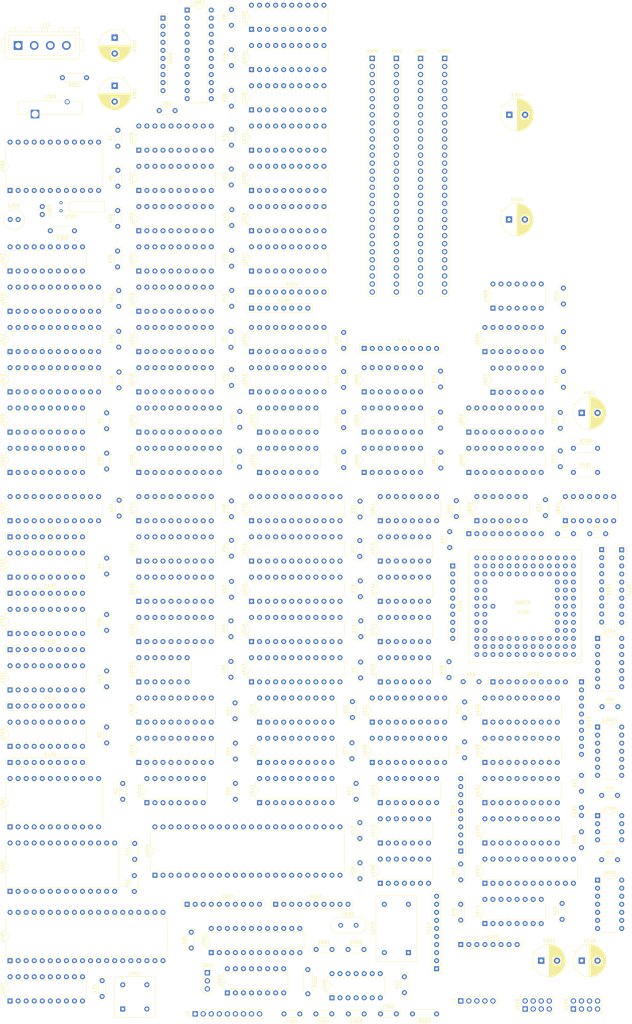
<source format=kicad_pcb>
(kicad_pcb (version 20240108) (generator "pcbnew") (generator_version "8.0")
  (title_block (title "SUN 3/60") (date "2025-03-08") (rev "1"))
  (layers (0 "F.Cu" signal) (1 "In1.Cu" signal) (2 "In2.Cu" signal) (31 "B.Cu" signal) (34 "B.Paste" user) (35 "F.Paste" user) (36 "B.SilkS" user "B.Silkscreen") (37 "F.SilkS" user "F.Silkscreen") (38 "B.Mask" user) (39 "F.Mask" user) (44 "Edge.Cuts" user))
  (net 0 "")
  (net 1 "VCC")
  (net 2 "GND")
  (net 3 "/sun3_60_mmu_diag/MODIFYX")
  (net 4 "/sun3_60_mmu_diag/MODIFY")
  (net 5 "/sun3_60_mmu_diag/ACCESSX")
  (net 6 "/sun3_60_mmu_diag/ACCESS")
  (net 7 "/sun3_60_mmu_diag/TYPE0X")
  (net 8 "Net-(U199-REF)")
  (net 9 "/sun3_60_mmu_diag/TYPE1X")
  (net 10 "Net-(U302-OIN)")
  (net 11 "Net-(J2-Pin_2)")
  (net 12 "Net-(J2-Pin_3)")
  (net 13 "/DIAG-")
  (net 14 "Net-(C300-Pad2)")
  (net 15 "Net-(J2-Pin_5)")
  (net 16 "Net-(J2-Pin_4)")
  (net 17 "+12V")
  (net 19 "/SCSI 2, Parity/IO.D5")
  (net 20 "/SCC.IRQ-")
  (net 21 "/DS-")
  (net 22 "Net-(C301-Pad2)")
  (net 23 "/SCSI 2, Parity/IO.D1")
  (net 24 "/SCSI 2, Parity/IO.D3")
  (net 25 "/SCSI 2, Parity/IO.D2")
  (net 26 "/SCSI 2, Parity/IO.D6")
  (net 27 "Net-(U199-CT)")
  (net 28 "/SCSI 2, Parity/IO.D0")
  (net 29 "/SCSI 2, Parity/IO.D4")
  (net 30 "/SCSI 2, Parity/IO.D7")
  (net 31 "/sun3_60_cpu/CLK1")
  (net 34 "Net-(U302-OOUT)")
  (net 35 "/CDIS-")
  (net 36 "/POR-")
  (net 37 "Net-(U302-VBAK)")
  (net 38 "/RTC-")
  (net 39 "/AS-")
  (net 41 "Net-(U309--)")
  (net 43 "/RERUN-")
  (net 44 "/HALT-")
  (net 45 "/RESET-")
  (net 46 "/DDIS-")
  (net 48 "/DSACK1-")
  (net 49 "/DSACK0-")
  (net 50 "/PD1-")
  (net 51 "/PD0-")
  (net 53 "/sun3_60_eeprom/TYPE1")
  (net 54 "/PU2")
  (net 55 "/PU3")
  (net 61 "/TEST2-")
  (net 63 "/sun3_60_eeprom/TYPE0")
  (net 64 "/TEST3-")
  (net 65 "/PU0")
  (net 66 "/TEST6-")
  (net 69 "/TEST1-")
  (net 70 "/TEST0-")
  (net 71 "/TEST4-")
  (net 74 "/Ethernet/A0")
  (net 76 "/PU1")
  (net 77 "/Ethernet/A1")
  (net 78 "/Ethernet/A4")
  (net 79 "/Ethernet/A6")
  (net 81 "/Ethernet/A7")
  (net 84 "/Ethernet/A5")
  (net 85 "/Ethernet/A2")
  (net 86 "/Ethernet/A3")
  (net 88 "/Ethernet/A10")
  (net 89 "/Ethernet/A15")
  (net 91 "/Ethernet/A12")
  (net 93 "/Ethernet/A13")
  (net 94 "/Ethernet/A11")
  (net 96 "/sun3_60_cpu/FC1")
  (net 97 "/Ethernet/A14")
  (net 98 "/Ethernet/A9")
  (net 101 "/sun3_60_cpu/FC0")
  (net 102 "Net-(U100-RESET-)")
  (net 103 "/sun3_60_cpu/BR-")
  (net 104 "/sun3_60_cpu/BG-")
  (net 105 "/sun3_60_cpu/BACK-")
  (net 106 "/sun3_60_mmu_diag/WE.SMAP-")
  (net 107 "/Ethernet/A8")
  (net 108 "/sun3_60_mmu_diag/SA24")
  (net 109 "/sun3_60_mmu_diag/SA23")
  (net 110 "/sun3_60_mmu_diag/SA22")
  (net 111 "/sun3_60_mmu_diag/SA21")
  (net 113 "/Ethernet/A16")
  (net 114 "/Ethernet/A21")
  (net 115 "/Ethernet/A18")
  (net 116 "/Ethernet/A22")
  (net 117 "/sun3_60_mmu_diag/SA20")
  (net 118 "/sun3_60_mmu_diag/SA19")
  (net 119 "/sun3_60_mmu_diag/SA18")
  (net 120 "/sun3_60_mmu_diag/SA17")
  (net 121 "/Ethernet/A23")
  (net 122 "/Ethernet/A19")
  (net 123 "/sun3_60_mmu_diag/WE.PMAP0-")
  (net 124 "/Ethernet/A20")
  (net 125 "/sun3_60_mmu_diag/MMU.X")
  (net 126 "/sun3_60_mmu_diag/MMU.S")
  (net 127 "/sun3_60_mmu_diag/MMU.W")
  (net 128 "/sun3_60_mmu_diag/MMU.V")
  (net 129 "/Ethernet/A17")
  (net 130 "/sun3_60_cpu/EN.BOOT-")
  (net 131 "/sun3_60_mmu_diag/WE.STAT-")
  (net 134 "/sun3_60_mmu_diag/WE.PMAP2-")
  (net 135 "/Ethernet/A30")
  (net 136 "/Ethernet/A28")
  (net 137 "/Ethernet/A25")
  (net 138 "/Ethernet/A31")
  (net 139 "/sun3_60_cpu/EN.CTL-")
  (net 140 "/Ethernet/A27")
  (net 141 "/sun3_60_cpu/OE.BOOT-")
  (net 142 "/sun3_60_cpu/EN.FPP")
  (net 143 "/sun3_60_cpu/DMA-")
  (net 146 "/sun3_60_cpu/CS.FPP-")
  (net 147 "/sun3_60_mmu_diag/WE.PMAP3-")
  (net 148 "/sun3_60_cpu/EMULATE-")
  (net 150 "/Ethernet/A24")
  (net 151 "/Ethernet/A26")
  (net 152 "/sun3_60_cpu/DS")
  (net 153 "/sun3_60_cpu/BERR.V-")
  (net 154 "/sun3_60_cpu/BERR.P-")
  (net 155 "/sun3_60_cpu/BERR.T-")
  (net 156 "/Ethernet/A29")
  (net 157 "/sun3_60_cpu/C.S5-")
  (net 158 "/sun3_60_cpu/R.CLK-")
  (net 159 "/Ethernet/E.BM0-")
  (net 160 "/sun3_60_mmu_diag/WR.CX-")
  (net 161 "/sun3_60_mmu_diag/RD.CX-")
  (net 162 "/sun3_60_mmu_diag/MMU2")
  (net 163 "/sun3_60_mmu_diag/MMU1")
  (net 164 "/sun3_60_mmu_diag/MMU3")
  (net 165 "/sun3_60_mmu_diag/MMU0")
  (net 167 "/sun3_60_cpu/R.REQ-")
  (net 168 "/sun3_60_cpu/D4")
  (net 169 "/sun3_60_mmu_diag/MMU7")
  (net 170 "/sun3_60_mmu_diag/MMU6")
  (net 171 "/sun3_60_mmu_diag/MMU5")
  (net 172 "/sun3_60_mmu_diag/MMU4")
  (net 174 "/sun3_60_cpu/BERRCLK")
  (net 175 "/sun3_60_cpu/D5")
  (net 176 "/sun3_60_cpu/D7")
  (net 177 "/sun3_60_mmu_diag/EN.SMAP-")
  (net 178 "/sun3_60_cpu/D1")
  (net 179 "/sun3_60_cpu/D3")
  (net 180 "/sun3_60_mmu_diag/EN.PMAP0-")
  (net 183 "/sun3_60_mmu_diag/EN.PMAP2-")
  (net 185 "/sun3_60_cpu/C.S21-")
  (net 186 "/sun3_60_mmu_diag/EN.PMAP3-")
  (net 190 "Net-(U110-OUT)")
  (net 191 "/sun3_60_cpu/D6")
  (net 192 "Net-(U108-Pad3)")
  (net 193 "/sun3_60_cpu/D0")
  (net 194 "/sun3_60_cpu/CLK2X")
  (net 196 "/sun3_60_cpu/D2")
  (net 197 "/sun3_60_cpu/CLKA-")
  (net 198 "/sun3_60_mmu_diag/RD.BERR-")
  (net 199 "/sun3_60_cpu/D9")
  (net 200 "/sun3_60_mmu_diag/RD.ID-")
  (net 201 "/sun3_60_cpu/CLKA")
  (net 203 "/sun3_60_mmu_diag/WR.SYSEN-")
  (net 204 "/sun3_60_mmu_diag/EN.VIDEO")
  (net 205 "/sun3_60_cpu/D10")
  (net 206 "/Ethernet/E.DAS-")
  (net 207 "/sun3_60_cpu/D12")
  (net 208 "/sun3_60_cpu/D15")
  (net 209 "/sun3_60_cpu/D11")
  (net 210 "/sun3_60_cpu/C.S7")
  (net 212 "/sun3_60_cpu/C.S9-")
  (net 215 "/sun3_60_mmu_diag/RD.SYSEN-")
  (net 216 "/S8A Memory/M.S4-")
  (net 219 "/sun3_60_mmu_diag/WR.DIAG-")
  (net 220 "/sun3_60_mmu_diag/LED3")
  (net 221 "/sun3_60_mmu_diag/LED4")
  (net 226 "/sun3_60_mmu_diag/LED2")
  (net 227 "/sun3_60_mmu_diag/LED5")
  (net 228 "/sun3_60_mmu_diag/LED1")
  (net 229 "/sun3_60_mmu_diag/LED6")
  (net 231 "/sun3_60_cpu/D8")
  (net 233 "/sun3_60_cpu/D14")
  (net 234 "/sun3_60_mmu_diag/LED0")
  (net 235 "/sun3_60_mmu_diag/LED7")
  (net 236 "/sun3_60_cpu/D13")
  (net 237 "/sun3_60_cpu/D16")
  (net 238 "/sun3_60_cpu/D21")
  (net 239 "/sun3_60_cpu/D22")
  (net 240 "/sun3_60_cpu/D18")
  (net 241 "/sun3_60_cpu/D20")
  (net 243 "/sun3_60_cpu/R.REX-")
  (net 244 "/Ethernet/E.EXT-")
  (net 245 "/sun3_60_cpu/E.REX-")
  (net 246 "/sun3_60_cpu/S.REX-")
  (net 247 "/sun3_60_cpu/S.REQ-")
  (net 248 "/sun3_60_cpu/DMAX-")
  (net 249 "/sun3_60_cpu/XACK5-")
  (net 250 "/S8A Memory/M.S1-")
  (net 251 "/sun3_60_cpu/D17")
  (net 252 "/sun3_60_cpu/MUX-")
  (net 253 "/sun3_60_cpu/C.S7X-")
  (net 255 "/S8A Memory/M.S2-")
  (net 256 "/sun3_60_cpu/S.ACK-")
  (net 257 "/Ethernet/E.BM1-")
  (net 259 "/sun3_60_cpu/D23")
  (net 260 "/S8A Memory/M.PU")
  (net 261 "/S8A Memory/M.S3-")
  (net 262 "/S8A Memory/M.S5-")
  (net 263 "/sun3_60_cpu/D19")
  (net 264 "/sun3_60_cpu/D30")
  (net 265 "/sun3_60_cpu/D26")
  (net 266 "/sun3_60_cpu/D28")
  (net 267 "/sun3_60_cpu/D29")
  (net 268 "/sun3_60_cpu/D27")
  (net 269 "/FC2")
  (net 270 "/sun3_60_cpu/D31")
  (net 273 "Net-(U225-Q1)")
  (net 274 "Net-(U225-Q5)")
  (net 275 "Net-(U225-Q2)")
  (net 276 "Net-(U225-Q4)")
  (net 277 "/sun3_60_cpu/D25")
  (net 278 "/sun3_60_eeprom/OE.EPROM-")
  (net 279 "/sun3_60_eeprom/RD.EEPROM-")
  (net 280 "/sun3_60_eeprom/WR.EEPROM-")
  (net 281 "/sun3_60_eeprom/WR.RTC-")
  (net 282 "/sun3_60_cpu/D24")
  (net 283 "/S8A Memory/PA28")
  (net 284 "/sun3_60_eeprom/RD.RTC-")
  (net 285 "/sun3_60_eeprom/EN.IRQ7")
  (net 286 "/sun3_60_eeprom/EN.INT")
  (net 287 "/sun3_60_eeprom/EN.IRQ6")
  (net 288 "/sun3_60_eeprom/EN.IRQ1")
  (net 289 "/sun3_60_eeprom/EN.IRQ5")
  (net 290 "/sun3_60_eeprom/EN.IRQ2")
  (net 291 "/sun3_60_eeprom/EN.IRQ4")
  (net 292 "/sun3_60_eeprom/EN.IRQ3")
  (net 293 "/sun3_60_eeprom/WR.INT-")
  (net 294 "/sun3_60_eeprom/RD.INT-")
  (net 295 "Net-(U501-X1)")
  (net 296 "/S8A Memory/PA21")
  (net 297 "Net-(U501-X2)")
  (net 298 "/S8A Memory/PA18")
  (net 304 "/sun3_60_eeprom/S.IRQ-")
  (net 305 "/SIZ1")
  (net 306 "/S8A Memory/PA19")
  (net 307 "/sun3_60_eeprom/EN.S-")
  (net 308 "/E.HOLD-")
  (net 309 "/sun3_60_eeprom/EN.V-")
  (net 310 "/sun3_60_eeprom/EN.IO-")
  (net 311 "/sun3_60_eeprom/EN.IOL-")
  (net 312 "/S8A Memory/PA17")
  (net 313 "/S8A Memory/PA20")
  (net 314 "/sun3_60_eeprom/WR.SCC1-")
  (net 315 "/sun3_60_eeprom/RD.SCC1-")
  (net 316 "/sun3_60_eeprom/WR.SCC0-")
  (net 317 "/sun3_60_eeprom/RD.SCC0-")
  (net 320 "/S8A Memory/PA13")
  (net 321 "/S8A Memory/PA16")
  (net 322 "/S8A Memory/PA14")
  (net 323 "/S8A Memory/PA15")
  (net 329 "/sun3_60_eeprom/DCPCLK")
  (net 332 "/sun3_60_eeprom/DCPMDS-")
  (net 333 "/sun3_60_eeprom/DCPMAS-")
  (net 347 "/SCSI 2, Parity/RD.PAR7-")
  (net 348 "/SCSI 2, Parity/PAR.SAMPLE")
  (net 349 "/SCSI 2, Parity/RD.PAR6-")
  (net 350 "/SCSI 2, Parity/RD.PAR5-")
  (net 351 "/SCSI 2, Parity/RD.PAR4-")
  (net 352 "/DMA")
  (net 353 "/CX0")
  (net 354 "/CX1")
  (net 355 "/CX2")
  (net 356 "/R{slash}W-")
  (net 357 "/IPL1-")
  (net 358 "/IPL0-")
  (net 359 "/IPL2-")
  (net 360 "/WRITE-")
  (net 361 "/READ-")
  (net 362 "/INIT-")
  (net 363 "/IO2CPU-")
  (net 364 "/XACK-")
  (net 365 "/SCSI 2, Parity/PAR.IRQ-")
  (net 366 "/SCSI 2, Parity/RD.PAR0-")
  (net 367 "/SCSI 2, Parity/WR.PAR4-")
  (net 368 "/SCSI 2, Parity/WR.PAR0-")
  (net 374 "Net-(U401-RXDA)")
  (net 377 "Net-(U401-RXDB)")
  (net 379 "Net-(U401-TXDA)")
  (net 382 "Net-(U401-TXDB)")
  (net 389 "/SCSI 2, Parity/PAR3-")
  (net 390 "/SCSI 2, Parity/PAR.TEST-")
  (net 391 "/SCSI 2, Parity/PAR2-")
  (net 392 "/SCSI 2, Parity/PAR1-")
  (net 393 "/SCSI 2, Parity/PAR0-")
  (net 394 "/SCSI 2, Parity/PAR.CHK-")
  (net 395 "/SCSI 2, Parity/PAR.ERR-")
  (net 397 "/CLK")
  (net 400 "/SIZ0")
  (net 401 "/R.ACK-")
  (net 402 "/EN.UART-")
  (net 403 "/AS")
  (net 404 "/DIS.RAS-")
  (net 405 "/EN.DEV-")
  (net 406 "/S8A Memory/CAS")
  (net 407 "/S8A Memory/RAS-")
  (net 408 "/S8A Memory/RAS")
  (net 409 "/CAS-")
  (net 410 "/WDOG-")
  (net 411 "/CLK-")
  (net 412 "Net-(U803-D1)")
  (net 413 "/S8A Memory/R.ACK")
  (net 414 "/C.S5")
  (net 415 "/IOLOCK-")
  (net 416 "/C.S3")
  (net 417 "/C.S3-")
  (net 418 "/DXACK-")
  (net 419 "/S8A Memory/PA27")
  (net 420 "/S8A Memory/PA26")
  (net 421 "/S8A Memory/PA24")
  (net 422 "/S8A Memory/PA22")
  (net 423 "/S8A Memory/PA23")
  (net 424 "/S8A Memory/PA25")
  (net 425 "/DISACC-")
  (net 426 "/EN.CAS")
  (net 434 "/S8A Memory/M.PD-")
  (net 438 "/P3")
  (net 439 "/P2")
  (net 440 "/P1")
  (net 441 "/P0")
  (net 442 "/S8A Memory/RE13-")
  (net 443 "/S8A Memory/RE12-")
  (net 444 "/S8A Memory/SEL1")
  (net 445 "/S8A Memory/RE10-")
  (net 446 "/S8A Memory/RE01-")
  (net 447 "/S8A Memory/RE02-")
  (net 448 "/S8A Memory/RE11-")
  (net 449 "/S8A Memory/RE00-")
  (net 450 "/S8A Memory/SEL0-")
  (net 451 "/S8A Memory/RE03-")
  (net 452 "/S8A Memory/TWOWAY-")
  (net 453 "/S8A Memory/PA22{slash}02")
  (net 454 "/S8A Memory/PA02{slash}22")
  (net 455 "/S8A Memory/CAS3-")
  (net 456 "/S8A Memory/CAS5-")
  (net 457 "/S8A Memory/CE-")
  (net 458 "/S8A Memory/CAS0-")
  (net 459 "/S8A Memory/CAS1-")
  (net 460 "/S8A Memory/CAS2-")
  (net 461 "/S8A Memory/CAS4-")
  (net 463 "/S8A Memory/V.INTX-")
  (net 464 "/S8A Memory/V.INTY-")
  (net 467 "Net-(C502-Pad2)")
  (net 469 "/SIMMs 1/M.A7.0")
  (net 470 "/SIMMs 1/M.CE00-")
  (net 471 "/SIMMs 1/M.A6.0")
  (net 472 "/SIMMs 1/M.A5.0")
  (net 473 "/SIMMs 1/M.A2.0")
  (net 474 "/SIMMs 1/M.A4.0")
  (net 475 "/SIMMs 1/M.A3.0")
  (net 476 "/SIMMs 1/M.A8.0")
  (net 477 "/SIMMs 1/M.A1.0")
  (net 479 "/SIMMs 1/M.A9.0")
  (net 480 "/SIMMs 1/M.WE.0-")
  (net 481 "/SIMMs 1/M.A0.0")
  (net 482 "/SIMMs 1/M.RE00-")
  (net 484 "/SIMMs 1/M.CE01-")
  (net 485 "/SIMMs 1/M.RE01-")
  (net 486 "/SIMMs 1/M.CE02-")
  (net 488 "/SIMMs 1/M.RE02-")
  (net 489 "/SIMMs 1/M.RE03-")
  (net 490 "/SIMMs 1/M.CE03-")
  (net 493 "/SIMMs 1/XE01-")
  (net 494 "/SIMMs 1/XE03-")
  (net 495 "/SIMMs 1/XE02-")
  (net 496 "/SIMMs 1/XE00-")
  (net 497 "/SIMMs 1/CE00-")
  (net 498 "/SIMMs 1/CE03-")
  (net 499 "/SIMMs 1/CE01-")
  (net 500 "/SIMMs 1/CE02-")
  (net 501 "/E.IRQ-")
  (net 502 "/Ethernet/E.RDY-")
  (net 503 "/Ethernet/E.ALE")
  (net 504 "/E.CS-")
  (net 505 "/BERR-")
  (net 506 "/E.REQ-")
  (net 507 "/E.ACK-")
  (net 508 "/EN.E-")
  (net 509 "/Ethernet/E.D11")
  (net 510 "/Ethernet/E.D3")
  (net 511 "/Ethernet/E.A17")
  (net 512 "/Ethernet/E.A18")
  (net 514 "/Ethernet/E.WE-")
  (net 515 "/Ethernet/E.HLDA-")
  (net 516 "/Ethernet/E.A22")
  (net 517 "/Ethernet/E.A23")
  (net 518 "/Ethernet/E.A21")
  (net 519 "/Ethernet/E.D7")
  (net 520 "/Ethernet/E.TCLK")
  (net 521 "/Ethernet/E.TENA")
  (net 522 "/Ethernet/E.A20")
  (net 523 "/Ethernet/E.D13")
  (net 524 "/Ethernet/E.D6")
  (net 525 "/Ethernet/E.D8")
  (net 526 "/Ethernet/E.RENA")
  (net 527 "/Ethernet/E.D0")
  (net 528 "/Ethernet/E.D12")
  (net 530 "/Ethernet/E.D1")
  (net 531 "/Ethernet/E.D4")
  (net 532 "/Ethernet/E.RCLK")
  (net 533 "/Ethernet/E.D15")
  (net 534 "/Ethernet/E.D5")
  (net 535 "/Ethernet/E.D14")
  (net 536 "/Ethernet/E.A16")
  (net 537 "/Ethernet/E.RX")
  (net 538 "/Ethernet/E.A19")
  (net 539 "/Ethernet/E.D9")
  (net 540 "/Ethernet/E.TX")
  (net 541 "/Ethernet/E.D10")
  (net 542 "/Ethernet/E.D2")
  (net 543 "/Ethernet/E.CLSW")
  (net 544 "/Ethernet/E.CO+")
  (net 545 "/Ethernet/E.RX-")
  (net 546 "Net-(U501-RF)")
  (net 547 "Net-(U501-PF)")
  (net 548 "/Ethernet/E.CO-<>")
  (net 549 "/Ethernet/E.RX-<>")
  (net 550 "/Ethernet/E.TX+<>")
  (net 551 "/Ethernet/E.CO-")
  (net 552 "/Ethernet/E.RX+<>")
  (net 553 "/Ethernet/E.RX+")
  (net 554 "/Ethernet/E.TX-<>")
  (net 555 "/Ethernet/E.CO+<>")
  (net 556 "/Ethernet/E.GBA1-")
  (net 557 "/Ethernet/E.GAB")
  (net 558 "/Ethernet/E.CBA")
  (net 559 "/Ethernet/E.GBA0-")
  (net 561 "/Ethernet/E.CREQ-")
  (net 562 "/Ethernet/E.CSX-")
  (net 566 "/Ethernet/E.HREQ-")
  (net 567 "/Ethernet/E.HLDX-")
  (net 569 "/Ethernet/E.SMS")
  (net 570 "Net-(U501-TSEL)")
  (net 576 "/V.INT-")
  (net 577 "/Ethernet/E.TX+")
  (net 578 "/Ethernet/E.TX-")
  (net 583 "Net-(U401-PCLK)")
  (footprint "Capacitor_THT:C_Rect_L7.0mm_W2.0mm_P5.00mm" (layer "F.Cu") (at 85.054185 308.403539 90)
    (property "Reference" "X14")
    (property "Value" "0.1uF")
  )
  (footprint "Capacitor_THT:C_Rect_L7.0mm_W2.0mm_P5.00mm" (layer "F.Cu") (at 181.672269 185.026366 90)
    (property "Reference" "X62")
    (property "Value" "0.1uF")
  )
  (footprint "Capacitor_THT:C_Rect_L7.0mm_W2.0mm_P5.00mm" (layer "F.Cu") (at 156.122257 301.829028 90)
    (property "Reference" "X13")
    (property "Value" "0.1uF")
  )
  (footprint "Package_DIP:DIP-20_W7.62mm" (layer "F.Cu") (at 86.36 201.655 90)
    (property "Reference" "U714")
    (property "Value" "PAL16L8")
  )
  (footprint "Package_DIP:DIP-28_W15.24mm" (layer "F.Cu") (at 45.72 318.495 90)
    (property "Reference" "U300")
    (property "Value" "27512")
  )
  (footprint "Battery:Battery_Panasonic_CR2032-VS1N_Vertical_CircularHoles" (layer "F.Cu") (at 53.595 73.425)
    (property "Reference" "U309")
    (property "Value" "3-VOLT")
  )
  (footprint "Capacitor_THT:CP_Radial_D10.0mm_P5.00mm" (layer "F.Cu") (at 78.74 49.335 -90)
    (property "Reference" "K900")
    (property "Value" "1000uF")
  )
  (footprint "Package_DIP:DIP-24_W15.24mm" (layer "F.Cu") (at 45.72 298.175 90)
    (property "Reference" "U301")
    (property "Value" "28C16")
  )
  (footprint "Capacitor_THT:C_Rect_L7.0mm_W2.0mm_P5.00mm" (layer "F.Cu") (at 220.36253 159.563655 90)
    (property "Reference" "X61")
    (property "Value" "0.1uF")
  )
  (footprint "Capacitor_THT:C_Rect_L7.0mm_W2.0mm_P5.00mm" (layer "F.Cu") (at 118.156916 184.711179 90)
    (property "Reference" "X74")
    (property "Value" "0.1uF")
  )
  (footprint "Package_DIP:DIP-20_W7.62mm" (layer "F.Cu") (at 121.92 46.715 90)
    (property "Reference" "U223")
    (property "Value" "74F534")
  )
  (footprint "Capacitor_THT:CP_Radial_D10.0mm_P5.00mm" (layer "F.Cu") (at 203.2 106.68)
    (property "Reference" "K500")
    (property "Value" "10 uF")
  )
  (footprint "Capacitor_THT:C_Rect_L7.0mm_W2.0mm_P5.00mm" (layer "F.Cu") (at 218.52 205.74)
    (property "Reference" "X66")
    (property "Value" "0.1uF")
  )
  (footprint "Package_DIP:DIP-24_W7.62mm" (layer "F.Cu") (at 121.92 239.755 90)
    (property "Reference" "U516")
    (property "Value" "ALS652")
  )
  (footprint "Capacitor_THT:CP_Radial_D10.0mm_P5.00mm" (layer "F.Cu") (at 203.28 73.66)
    (property "Reference" "K904")
    (property "Value" "1000uF")
  )
  (footprint "Capacitor_THT:C_Rect_L7.0mm_W2.0mm_P5.00mm" (layer "F.Cu") (at 79.694497 108.85365 90)
    (property "Reference" "X26")
    (property "Value" "0.1uF")
  )
  (footprint "Package_DIP:DIP-16_W7.62mm" (layer "F.Cu") (at 195.58 148.327598 90)
    (property "Reference" "U909")
    (property "Value" "22 Ohm")
  )
  (footprint "Package_DIP:DIP-16_W7.62mm" (layer "F.Cu") (at 114.3 350.52 90)
    (property "Reference" "U503")
    (property "Value" "TRANSF")
  )
  (footprint "Package_DIP:DIP-14_W7.62mm" (layer "F.Cu") (at 162.56 214.355 90)
    (property "Reference" "U713")
    (property "Value" "AS286")
  )
  (footprint "Package_DIP:DIP-14_W7.62mm" (layer "F.Cu") (at 220.98 201.655 90)
    (property "Reference" "U804")
    (property "Value" "74F64")
  )
  (footprint "Capacitor_THT:C_Rect_L7.0mm_W2.0mm_P5.00mm" (layer "F.Cu") (at 232.430434 288.239128)
    (property "Reference" "X55")
    (property "Value" "0.1uF")
  )
  (footprint "Capacitor_THT:C_Rect_L7.0mm_W2.0mm_P5.00mm" (layer "F.Cu") (at 156.257987 225.605413 90)
    (property "Reference" "X18")
    (property "Value" "0.1uF")
  )
  (footprint "Connector_PinHeader_2.54mm:PinHeader_1x30_P2.54mm_Vertical" (layer "F.Cu") (at 160.02 55.88)
    (property "Reference" "U900")
    (property "Value" "SIMM")
  )
  (footprint "Package_DIP:DIP-20_W7.62mm" (layer "F.Cu") (at 86.36 161.015 90)
    (property "Reference" "U213")
    (property "Value" "ALS245")
  )
  (footprint "Resistor_THT:R_Axial_DIN0207_L6.3mm_D2.5mm_P7.62mm_Horizontal" (layer "F.Cu") (at 180.34 357.145 180)
    (property "Reference" "R502")
    (property "Value" "3K Ohm")
  )
  (footprint "Capacitor_THT:C_Rect_L7.0mm_W2.0mm_P5.00mm" (layer "F.Cu") (at 170.18 350.44 90)
    (property "Reference" "X22")
    (property "Value" "0.1uF")
  )
  (footprint "Capacitor_THT:C_Rect_L7.0mm_W2.0mm_P5.00mm" (layer "F.Cu") (at 228.68 205.74)
    (property "Reference" "X67")
    (property "Value" "0.1uF")
  )
  (footprint "Package_DIP:DIP-40_W15.24mm" (layer "F.Cu") (at 45.72 340.36 90)
    (property "Reference" "U401")
    (property "Value" "Z8530")
  )
  (footprint "Capacitor_THT:C_Rect_L7.0mm_W2.0mm_P5.00mm" (layer "F.Cu") (at 115.676916 134.032714 90)
    (property "Reference" "X15")
    (property "Value" "0.1uF")
  )
  (footprint "Package_DIP:DIP-20_W7.62mm" (layer "F.Cu") (at 121.92 161.015 90)
    (property "Reference" "U215")
    (property "Value" "ALS245")
  )
  (footprint "Capacitor_THT:C_Rect_L7.0mm_W2.0mm_P5.00mm" (layer "F.Cu") (at 79.650041 121.604764 90)
    (property "Reference" "X75")
    (property "Value" "0.1uF")
  )
  (footprint "Capacitor_THT:C_Rect_L7.0mm_W2.0mm_P5.00mm" (layer "F.Cu") (at 219.946237 327.32661 90)
    (property "Reference" "X23")
    (property "Value" "0.1uF")
  )
  (footprint "Capacitor_THT:C_Rect_L7.0mm_W2.0mm_P5.00mm" (layer "F.Cu") (at 80.026814 134.08292 90)
    (property "Reference" "X80")
    (property "Value" "0.1uF")
  )
  (footprint "Resistor_THT:R_Array_SIP10" (layer "F.Cu") (at 232.44298 210.742666 -90)
    (property "Reference" "S127")
    (property "Value" "4.7k Ohm")
  )
  (footprint "Package_DIP:DIP-16_W7.62mm" (layer "F.Cu") (at 124.46 173.715 90)
    (property "Reference" "U224")
    (property "Value" "AM27S19")
  )
  (footprint "Package_DIP:DIP-16_W7.62mm" (layer "F.Cu") (at 157.48 161.015 90)
    (property "Reference" "U906")
    (property "Value" "74AS258")
  )
  (footprint "Capacitor_THT:C_Rect_L7.0mm_W2.0mm_P5.00mm" (layer "F.Cu") (at 115.597086 83.214145 90)
    (property "Reference" "X71")
    (property "Value" "0.1uF")
  )
  (footprint "Package_DIP:DIP-20_W7.62mm" (layer "F.Cu") (at 121.92 72.115 90)
    (property "Reference" "U226")
    (property "Value" "ALS373")
  )
  (footprint "Capacitor_THT:C_Rect_L7.0mm_W2.0mm_P5.00mm" (layer "F.Cu") (at 153.767544 263.672081 90)
    (property "Reference" "X10")
    (property "Value" "0.1uF")
  )
  (footprint "Capacitor_THT:C_Rect_L7.0mm_W2.0mm_P5.00mm" (layer "F.Cu") (at 115.639134 121.389675 90)
    (property "Reference" "X29")
    (property "Value" "0.1uF")
  )
  (footprint "Crystal:Crystal_HC49-U_Vertical" (layer "F.Cu") (at 150.06 329.205)
    (property "Reference" "U502")
    (property "Value" "20 Mhz")
  )
  (footprint "Oscillator:Oscillator_DIP-14" (layer "F.Cu") (at 171.45 337.82 90)
    (property "Reference" "U110")
    (property "Value" "40.000 Mhz")
  )
  (footprint "Capacitor_THT:C_Rect_L7.0mm_W2.0mm_P5.00mm" (layer "F.Cu") (at 137.16 357.145 180)
    (property "Reference" "C505")
    (property "Value" "0.0056uF")
  )
  (footprint "Capacitor_THT:C_Rect_L7.0mm_W2.0mm_P5.00mm" (layer "F.Cu") (at 219.378815 172.48863 90)
    (property "Reference" "X40")
    (property "Value" "0.1uF")
  )
  (footprint "Connector_PinHeader_2.54mm:PinHeader_1x09_P2.54mm_Vertical" (layer "F.Cu") (at 104.14 357.145 90)
    (property "Reference" "J3")
    (property "Value" "Ethernet")
  )
  (footprint "Capacitor_THT:C_Rect_L7.0mm_W2.0mm_P5.00mm" (layer "F.Cu") (at 187.96 327.58 90)
    (property "Reference" "X70")
    (property "Value" "0.1uF")
  )
  (footprint "Capacitor_THT:C_Rect_L7.0mm_W2.0mm_P5.00mm" (layer "F.Cu") (at 80.09496 159.742493 90)
    (property "Reference" "X78")
    (property "Value" "0.1uF")
  )
  (footprint "Capacitor_THT:C_Disc_D3.0mm_W2.0mm_P2.50mm" (layer "F.Cu") (at 226.06 294.6 90)
    (property "Reference" "C199")
    (property "Value" "0.1UF")
  )
  (footprint "Package_DIP:DIP-20_W7.62mm" (layer "F.Cu") (at 86.36 227.055 90)
    (property "Reference" "U123")
    (property "Value" "ALS373")
  )
  (footprint "Package_DIP:DIP-24_W7.62mm" (layer "F.Cu") (at 121.92 214.355 90)
    (property "Reference" "U514")
    (property "Value" "ALS652")
  )
  (footprint "Package_DIP:DIP-24_W7.62mm" (layer "F.Cu") (at 109.22 337.82 90)
    (property "Reference" "U501")
    (property "Value" "AM7992")
  )
  (footprint "Package_DIP:DIP-20_W7.62mm" (layer "F.Cu") (at 195.58 265.155 90)
    (property "Reference" "U102")
    (property "Value" "PAL16L8")
  )
  (footprint "Capacitor_THT:C_Rect_L7.0mm_W2.0mm_P5.00mm" (layer "F.Cu") (at 151.005549 147.27958 90)
    (property "Reference" "X39")
    (property "Value" "0.1uF")
  )
  (footprint "Capacitor_THT:C_Rect_L7.0mm_W2.0mm_P5.00mm" (layer "F.Cu") (at 115.591137 58.138979 90)
    (property "Reference" "X44")
    (property "Value" "0.1uF")
  )
  (footprint "Resistor_THT:R_Array_SIP10" (layer "F.Cu") (at 45.72 277.855)
    (property "Reference" "S120")
    (property "Value" "4.7k Ohm")
  )
  (footprint "Capacitor_THT:CP_Radial_D10.0mm_P5.00mm" (layer "F.Cu") (at 213.36 340.36)
    (property "Reference" "K903")
    (property "Value" "1000uF")
  )
  (footprint "Package_DIP:DIP-14_W7.62mm" (layer "F.Cu") (at 193.04 201.655 90)
    (property "Reference" "U803")
    (property "Value" "74F64")
  )
  (footprint "Connector_PinHeader_2.54mm:PinHeader_1x30_P2.54mm_Vertical" (layer "F.Cu") (at 167.64 55.88)
    (property "Reference" "U901")
    (property "Value" "SIMM")
  )
  (footprint "Capacitor_THT:C_Rect_L7.0mm_W2.0mm_P5.00mm" (layer "F.Cu") (at 79.745433 83.538913 90)
    (property "Reference" "X7")
    (property "Value" "0.1uF")
  )
  (footprint "Resistor_THT:R_Axial_DIN0207_L6.3mm_D2.5mm_P7.62mm_Horizontal" (layer "F.Cu") (at 223.52 186.415)
    (property "Reference" "R101")
    (property "Value" "100 ohm")
  )
  (footprint "Package_DIP:DIP-24_W7.62mm" (layer "F.Cu") (at 101.6 40.64)
    (property "Reference" "U802")
    (property "Value" "PAL20L8")
  )
  (footprint "Package_DIP:DIP-20_W7.62mm" (layer "F.Cu") (at 45.72 254.995 90)
    (property "Reference" "U721")
    (property "Value" "ALS374")
  )
  (footprint "Capacitor_THT:C_Rect_L7.0mm_W2.0mm_P5.00mm" (layer "F.Cu") (at 150.997239 184.891141 90)
    (property "Reference" "X47")
    (property "Value" "0.1uF")
  )
  (footprint "Package_DIP:DIP-20_W7.62mm" (layer "F.Cu") (at 195.58 277.855 90)
    (property "Reference" "U103")
    (property "Value" "PAL16L8")
  )
  (footprint "Package_DIP:DIP-16_W7.62mm" (layer "F.Cu") (at 195.58 328.655 90)
    (property "Reference" "U115")
    (property "Value" "74LS590")
  )
  (footprint "Package_DIP:DIP-16_W7.62mm" (layer "F.Cu") (at 88.9 290.555 90)
    (property "Reference" "U520")
    (property "Value" "74F175")
  )
  (footprint "Capacitor_THT:C_Rect_L7.0mm_W2.0mm_P5.00mm" (layer "F.Cu") (at 232.439128 308.543479)
    (property "Reference" "X42")
    (property "Value" "0.1uF")
  )
  (footprint "Connector_PinHeader_2.54mm:PinHeader_1x05_P2.54mm_Vertical" (layer "F.Cu") (at 187.96 353.06 90)
    (property "Reference" "J2")
    (property "Value" "Serial A/B")
  )
  (footprint "Package_DIP:DIP-20_W7.62mm" (layer "F.Cu") (at 86.36 122.915 90)
    (property "Reference" "U205")
    (property "Value" "2168")
  )
  (footprint "Connector_PinHeader_2.54mm:PinHeader_1x30_P2.54mm_Vertical" (layer "F.Cu") (at 182.88 55.88)
    (property "Reference" "U903")
    (property "Value" "SIMM")
  )
  (footprint "Package_DIP:DIP-20_W7.62mm" (layer "F.Cu") (at 190.5 173.715 90)
    (property "Reference" "U805")
    (property "Value" "PAL16L8")
  )
  (footprint "Package_DIP:DIP-16_W7.62mm" (layer "F.Cu") (at 162.56 290.555 90)
    (property "Reference" "U114")
    (property "Value" "74F175")
  )
  (footprint "Package_DIP:DIP-14_W7.62mm" (layer "F.Cu") (at 147.32 352.065 90)
    (property "Reference" "U408")
    (property "Value" "74LS04")
  )
  (footprint "Resistor_THT:R_Array_SIP10" (layer "F.Cu") (at 157.48 147.32)
    (property "Reference" "S115")
    (property "Value" "470 Ohm")
  )
  (footprint "Capacitor_THT:C_Rect_L7.0mm_W2.0mm_P5.00mm" (layer "F.Cu") (at 74.773728 351.647959 90)
    (property "Reference" "X25")
    (property "Value" "0.1uF")
  )
  (footprint "Package_DIP:DIP-14_W7.62mm" (layer "F.Cu") (at 198.12 134.62 90)
    (property "Reference" "U908")
    (property "Value" "AS1032")
  )
  (footprint "Package_DIP:DIP-14_W7.62mm" (layer "F.Cu") (at 231.14 266.7)
    (property "Reference" "U2004")
    (property "Value" "74LS125")
  )
  (footprint "Package_DIP:DIP-20_W7.62mm" (layer "F.Cu") (at 45.72 219.435 90)
    (property "Reference" "U723")
    (property "Value" "ALS374")
  )
  (footprint "Package_DIP:DIP-14_W7.62mm" (layer "F.Cu") (at 231.14 238.76)
    (property "Reference" "U104")
    (property "Value" "74F04")
  )
  (footprint "Capacitor_THT:C_Rect_L7.0mm_W2.0mm_P5.00mm" (layer "F.Cu") (at 81.28 289.48 90)
    (property "Reference" "X2")
    (property "Value" "0.1uF")
  )
  (footprint "Capacitor_THT:C_Rect_L7.0mm_W2.0mm_P5.00mm" (layer "F.Cu") (at 84.94058 318.54058 90)
    (property "Reference" "X52")
    (property "Value" "0.1uF")
  )
  (footprint "Resistor_THT:R_Array_SIP10" (layer "F.Cu") (at 185.42 215.9 -90)
    (property "Reference" "S124")
    (property "Value" "4.7k Ohm")
  )
  (footprint "Capacitor_THT:C_Rect_L7.0mm_W2.0mm_P5.00mm" (layer "F.Cu") (at 76.2 271.7 90)
    (property "Reference" "X3")
    (property "Value" "0.1uF")
  )
  (footprint "Capacitor_THT:C_Disc_D3.0mm_W2.0mm_P2.50mm" (layer "F.Cu") (at 55.88 102.595 -90)
    (property "Reference" "C300")
    (property "Value" "18-PF")
  )
  (footprint "Capacitor_THT:C_Rect_L7.0mm_W2.0mm_P5.00mm" (layer "F.Cu") (at 214.693185 200.030996 90)
    (property "Reference" "X51")
    (property "Value" "0.1uF")
  )
  (footprint "Package_DIP:DIP-14_W7.62mm" (layer "F.Cu") (at 162.56 227.055 90)
    (property "Reference" "U712")
    (property "Value" "AS286")
  )
  (footprint "Package_DIP:DIP-14_W7.62mm" (layer "F.Cu") (at 198.12 161.142331 90)
    (property "Reference" "U907")
    (property "Value" "AS1032")
  )
  (footprint "Package_DIP:DIP-14_W7.62mm" (layer "F.Cu") (at 162.56 303.255 90)
    (property "Reference" "U113")
    (property "Value" "74AS74")
  )
  (footprint "Connector_TE-Connectivity:TE_MATE-N-LOK_350211-1_1x04_P5.08mm_Vertical" (layer "F.Cu") (at 48.26 51.795)
    (property "Reference" "J11")
    (property "Value" "Conn_01x04_Pin")
  )
  (footprint "Package_DIP:DIP-48_W15.24mm" (layer "F.Cu") (at 91.44 313.415 90)
    (property "Reference" "U500")
    (property "Value" "AM7990")
  )
  (footprint "Capacitor_THT:C_Rect_L7.0mm_W2.0mm_P5.00mm" (layer "F.Cu") (at 189.171014 276.374928 90)
    (property "Reference" "X38")
    (property "Value" "0.1uF")
  )
  (footprint "Package_DIP:DIP-14_W7.62mm" (layer "F.Cu") (at 162.56 315.955 90)
    (property "Reference" "U108")
    (property "Value" "74F00")
  )
  (footprint "Capacitor_THT:C_Rect_L7.0mm_W2.0mm_P5.00mm" (layer "F.Cu") (at 150.997239 172.301538 90)
    (property "Reference" "X32")
    (property "Value" "0.1uF")
  )
  (footprint "Package_DIP:DIP-24_W7.62mm" (layer "F.Cu") (at 121.92 252.455 90)
    (property "Reference" "U517")
    (property "Value" "ALS652")
  )
  (footprint "Package_DIP:DIP-20_W7.62mm" (layer "F.Cu") (at 160.02 277.855 90)
    (property "Reference" "U130")
    (property "Value" "74F374")
  )
  (footprint "Package_DIP:DIP-20_W7.62mm" (layer "F.Cu") (at 86.36 239.755 90)
    (property "Reference" "U122")
    (property "Value" "ALS374")
  )
  (footprint "Connector_PinHeader_2.54mm:PinHeader_2x04_P2.54mm_Vertical" (layer "F.Cu") (at 208.28 355.6 90)
    (property "Reference" "U228")
    (property "Value" "LED_Block")
  )
  (footprint "Capacitor_THT:C_Rect_L7.0mm_W2.0mm_P5.00mm" (layer "F.Cu") (at 115.598653 225.763586 90)
    (property "Reference" "X63")
    (property "Value" "0.1uF")
  )
  (footprint "Package_DIP:DIP-20_W7.62mm" (layer "F.Cu") (at 121.92 148.315 90)
    (property "Reference" "U232")
    (property "Value" "PAL16L8")
  )
  (footprint "Resistor_THT:R_Axial_DIN0207_L6.3mm_D2.5mm_P7.62mm_Horizontal" (layer "F.Cu") (at 139.7 343.175 -90)
    (property "Reference" "R501")
    (property "Value" "510 Ohm")
  )
  (footprint "Package_DIP:DIP-20_W7.62mm" (layer "F.Cu") (at 121.92 59.415 90)
    (property "Reference" "U225")
    (property "Value" "ALS273")
  )
  (footprint "Capacitor_THT:C_Rect_L7.0mm_W2.0mm_P5.00mm" (layer "F.Cu") (at 76.2 218.44 90)
    (property "Reference" "X4")
    (property "Value" "0.1uF")
  )
  (footprint "Capacitor_THT:CP_Radial_D10.0mm_P5.00mm" (layer "F.Cu") (at 78.74 64.495 -90)
    (property "Reference" "X301")
    (property "Value" "470UF")
  )
  (footprint "Capacitor_THT:C_Rect_L7.0mm_W2.0mm_P5.00mm" (layer "F.Cu") (at 232.55652 260.286956)
    (property "Reference" "X54")
    (property "Value" "0.1uF")
  )
  (footprint "Resistor_THT:R_Array_SIP10" (layer "F.Cu") (at 226.06 252.455 -90)
    (property "Reference" "S111")
    (property "Value" "4.7k Ohm")
  )
  (footprint "Oscillator:Oscillator_DIP-8" (layer "F.Cu") (at 81.28 355.6)
    (property "Reference" "U402")
    (property "Value" "4.9152 Mhz")
  )
  (footprint "Package_DIP:DIP-14_W7.62mm" (layer "F.Cu") (at 162.56 239.755 90)
    (property "Reference" "U711")
    (property "Value" "AS286")
  )
  (footprint "Package_DIP:DIP-24_W15.24mm" (layer "F.Cu") (at 45.72 97.515 90)
    (property "Reference" "U302")
    (property "Value" "7170")
  )
  (footprint "Capacitor_THT:C_Rect_L7.0mm_W2.0mm_P5.00mm" (layer "F.Cu") (at 181.568845 172.408675 90)
    (property "Reference" "X33")
    (property "Value" "0.1uF")
  )
  (footprint "Package_DIP:DIP-16_W7.62mm" (layer "F.Cu") (at 124.46 186.415 90)
    (property "Reference" "U210")
    (property "Value" "LS2518")
  )
  (footprint "Package_DIP:DIP-20_W7.62mm" (layer "F.Cu") (at 190.5 186.415 90)
    (property "Reference" "U800")
    (property "Value" "PAL16L8")
  )
  (footprint "Capacitor_THT:C_Rect_L7.0mm_W2.0mm_P5.00mm" (layer "F.Cu") (at 156.426541 238.204778 90)
    (property "Reference" "X19")
    (property "Value" "0.1uF")
  )
  (footprint "Package_DIP:DIP-20_W7.62mm" (layer "F.Cu") (at 45.72 173.715 90)
    (property "Reference" "U305")
    (property "Value" "ALS373")
  )
  (footprint "Capacitor_THT:C_Rect_L7.0mm_W2.0mm_P5.00mm" (layer "F.Cu") (at 115.598302 158.99124 90)
    (property "Reference" "X72")
    (property "Value" "0.1uF")
  )
  (footprint "Resistor_THT:R_Array_SIP10" (layer "F.Cu") (at 129.54 322.58)
    (property "Reference" "S502")
    (property "Value" "1K Ohm")
  )
  (footprint "Resistor_THT:R_Array_SIP10" (layer "F.Cu") (at 180.34 342.9 90)
    (property "Reference" "S117")
    (property "Value" "4.7k Ohm")
  )
  (footprint "Capacitor_THT:C_Rect_L7.0mm_W2.0mm_P5.00mm" (layer "F.Cu") (at 189.171014 263.783736 90)
    (property "Reference" "X24")
    (property "Value" "0.1uF")
  )
  (footprint "Package_DIP:DIP-20_W7.62mm" (layer "F.Cu") (at 121.92 84.815 90)
    (property "Reference" "U231")
    (property "Value" "PAL16L8")
  )
  (footprint "Package_DIP:DIP-16_W7.62mm" (layer "F.Cu") (at 162.56 201.655 90)
    (property "Reference" "U801")
    (property "Value" "74AS257")
  )
  (footprint "Package_DIP:DIP-16_W7.62mm" (layer "F.Cu") (at 157.48 173.715 90)
    (property "Reference" "U905")
    (property "Value" "74AS258")
  )
  (footprint "Connector_PinHeader_2.54mm:PinHeader_1x30_P2.54mm_Vertical" (layer "F.Cu") (at 175.26 55.88)
    (property "Reference" "U902")
    (property "Value" "SIMM")
  )
  (footprint "Package_DIP:DIP-20_W7.62mm" (layer "F.Cu") (at 45.72 353.06 90)
    (property "Reference" "U227")
    (property "Value" "ALS273")
  )
  (footprint "Capacitor_THT:C_Rect_L7.0mm_W2.0mm_P5.00mm" (layer "F.Cu") (at 162.64 357.145)
    (property "Reference" "C502")
    (property "Value" "680 pF")
  )
  (footprint "Capacitor_THT:C_Rect_L7.0mm_W2.0mm_P5.00mm" (layer "F.Cu") (at 188.735686 252.396646)
    (property "Reference" "X56")
    (property "Value" "0.1uF")
  )
  (footprint "Package_DIP:DIP-20_W7.62mm" (layer "F.Cu") (at 45.72 186.415 90)
    (property "Reference" "U304")
    (property "Value" "ALS273")
  )
  (footprint "Resistor_THT:R_Array_SIP10" (layer "F.Cu") (at 198.12 252.455)
    (property "Reference" "S113")
    (property "Value" "470 Ohm")
  )
  (footprint "Resistor_THT:R_Array_SIP10" (layer "F.Cu") (at 45.72 224.515)
    (property "Reference" "S123")
    (property "Value" "4.7k Ohm")
  )
  (footprint "Capacitor_THT:C_Rect_L7.0mm_W2.0mm_P5.00mm" (layer "F.Cu") (at 115.440078 146.956512 90)
    (property "Reference" "X1")
    (property "Value" "0.1uF")
  )
  (footprint "Package_DIP:DIP-22_W7.62mm" (layer "F.Cu") (at 86.36 173.715 90)
    (property "Reference" "U201")
    (property "Value" "7188")
  )
  (footprint "Capacitor_THT:C_Rect_L7.0mm_W2.0mm_P5.00mm" (layer "F.Cu") (at 147.24 357.145 180)
    (property "Reference" "C504")
    (property "Value" "0.1uF")
  )
  (footprint "Capacitor_THT:C_Rect_L7.0mm_W2.0mm_P5.00mm" (layer "F.Cu") (at 80.009973 146.918992 90)
    (property "Reference" "X79")
    (property "Value" "0.1uF")
  )
  (footprint "Capacitor_THT:C_Rect_L7.0mm_W2.0mm_P5.00mm" (layer "F.Cu") (at 186.548167 200.327259 90)
    (property "Reference" "X65")
    (property "Value" "0.1uF")
  )
  (footprint "Resistor_THT:R_Array_SIP8" (layer "F.Cu") (at 187.96 335.28)
    (property "Reference" "S400")
    (property "Value" "4.7K Ohm")
  )
  (footprint "Connector_PinHeader_2.54mm:PinHeader_1x03_P2.54mm_Vertical" (layer "F.Cu") (at 107.981924 344.181811)
    (property "Reference" "J200")
    (property "Value" "DIAG")
  )
  (footprint "Package_DIP:DIP-24_W7.62mm" (layer "F.Cu") (at 45.72 201.655 90)
    (property "Reference" "U307")
    (property "Value" "PAL20L8")
  )
  (footprint "Capacitor_THT:C_Rect_L7.0mm_W2.0mm_P5.00mm" (layer "F.Cu") (at 116.730581 264.08 90)
    (property "Reference" "X21")
    (property "Value" "0.1uF")
  )
  (footprint "Package_DIP:DIP-20_W7.62mm" (layer "F.Cu") (at 86.36 135.615 90)
    (property "Reference" "U203")
    (property "Value" "2168")
  )
  (footprint "Capacitor_THT:C_Rect_L7.0mm_W2.0mm_P5.00mm" (layer "F.Cu") (at 220.36253 133.305061 90)
    (property "Reference" "X59")
    (property "Value" "0.1uF")
  )
  (footprint "Package_DIP:DIP-20_W7.62mm" (layer "F.Cu") (at 86.36 214.355 90)
    (property "Reference" "U212")
    (property "Value" "ALS245")
  )
  (footprint "Resistor_THT:R_Array_SIP10" (layer "F.Cu") (at 45.72 242.295)
    (property "Reference" "S122")
    (property "Value" "4.7k Ohm")
  )
  (footprint "Capacitor_THT:C_Rect_L7.0mm_W2.0mm_P5.00mm" (layer "F.Cu") (at 181.568845 159.480712 90)
    (property "Reference" "X45")
    (property "Value" "0.1uF")
  )
  (footprint "Resistor_THT:R_Axial_DIN0207_L6.3mm_D2.5mm_P7.62mm_Horizontal" (layer "F.Cu") (at 223.52 178.795)
    (property "Reference" "R100")
    (property "Value" "150 ohm")
  )
  (footprint "Package_DIP:DIP-24_W7.62mm" (layer "F.Cu") (at 195.58 315.955 90)
    (property "Reference" "U107")
    (property "Value" "PAL20X10")
  )
  (footprint "Capacitor_THT:C_Rect_L7.0mm_W2.0mm_P5.00mm" (layer "F.Cu") (at 187.96 314.88 90)
    (property "Reference" "X69")
    (property "Value" "0.1uF")
  )
  (footprint "Package_DIP:DIP-14_W7.62mm" (layer "F.Cu") (at 86.36 252.455 90)
    (property "Reference" "U2003")
    (property "Value" "74AS04")
  )
  (footprint "sun3_60:68020" (layer "F.Cu") (at 207.645 227.965)
    (property "Reference" "U100")
    (property "Value" "68020")
  )
  (footprint "Capacitor_THT:C_Rect_L7.0mm_W2.0mm_P5.00mm" (layer "F.Cu") (at 92.801397 72.336791)
    (property "Reference" "X53")
    (property "Value" "0.1uF")
  )
  (footprint "Package_DIP:DIP-20_W7.62mm" (layer "F.Cu") (at 124.46 277.855 90)
    (property "Reference" "U511")
    (property "Value" "ALS373")
  )
  (footprint "Package_DIP:DIP-22_W7.62mm" (layer "F.Cu") (at 86.36 186.415 90)
    (property "Reference" "U200")
    (property "Value" "7188")
  )
  (footprint "Capacitor_THT:C_Rect_L7.0mm_W2.0mm_P5.00mm" (layer "F.Cu") (at 76.2 185.34 90)
    (property "Reference" "X76")
    (property "Value" "0.1uF")
  )
  (footprint "Capacitor_THT:CP_Radial_D10.0mm_P5.00mm" (layer "F.Cu") (at 226.14 340.36)
    (property "Reference" "K199")
    (property "Value" "10UF")
  )
  (footprint "Resistor_THT:R_Array_SIP10" (layer "F.Cu") (at 101.6 322.58)
    (property "Reference" "S500")
    (property "Value" "40.2 Ohm 1%")
  )
  (footprint "Package_DIP:DIP-20_W7.62mm" (layer "F.Cu") (at 86.36 265.155 90)
    (property "Reference" "U518")
    (property "Value" "PAL16L8")
  )
  (footprint "Capacitor_THT:C_Rect_L7.0mm_W2.0mm_P5.00mm" (layer "F.Cu") (at 153.619412 276.671192 90)
    (property "Reference" "X11")
    (property "Value" "0.1uF")
  )
  (footprint "Capacitor_THT:C_Rect_L7.0mm_W2.0mm_P5.00mm" (layer "F.Cu") (at 156.157791 314.519263 90)
    (property "Reference" "X36")
    (property "Value" "0.1uF")
  )
  (footprint "Capacitor_THT:C_Rect_L7.0mm_W2.0mm_P5.00mm" (layer "F.Cu") (at 150.997239 159.616975 90)
    (property "Reference" "X46")
    (property "Value" "0.1uF")
  )
  (footprint "Capacitor_THT:C_Rect_L7.0mm_W2.0mm_P5.00mm" (layer "F.Cu") (at 152.4 336.825)
    (property "Reference" "C500")
    (property "Value" "20 pF")
  )
  (footprint "Package_DIP:DIP-20_W7.62mm" (layer "F.Cu") (at 86.36 110.215 90)
    (property "Reference" "U206")
    (property "Value" "2168")
  )
  (footprint "Package_DIP:DIP-20_W7.62mm" (layer "F.Cu") (at 121.92 97.515 90)
    (property "Reference" "U230")
    (property "Value" "PAL16L8")
  )
  (footprint "Capacitor_THT:C_Rect_L7.0mm_W2.0mm_P5.00mm" (layer "F.Cu") (at 115.598653 212.827263 90)
    (property "Reference" "X34")
    (property "Value" "0.1uF")
  )
  (footprint "Capacitor_THT:C_Rect_L7.0mm_W2.0mm_P5.00mm" (layer "F.Cu") (at 156.089443 212.911724 90)
    (property "Reference" "X17")
    (property "Value" "0.1uF")
  )
  (footprint "Capacitor_THT:C_Rect_L7.0mm_W2.0mm_P5.00mm" (layer "F.Cu") (at 76.2 236.22 90)
    (property "Reference" "X30")
    (property "Value" "0.1uF")
  )
  (footprint "Package_DIP:DIP-20_W7.62mm" (layer "F.Cu") (at 160.02 265.155 90)
    (property "Reference" "U131")
    (property "Value" "PAL16R6")
  )
  (footprint "Package_DIP:DIP-20_W7.62mm" (layer "F.Cu") (at 124.46 290.555 90)
    (property "Reference" "U512")
    (property "Value" "ALS373")
  )
  (footprint "Package_DIP:DIP-14_W7.62mm" (layer "F.Cu") (at 162.56 252.455 90)
    (property "Reference" "U710")
    (property "Value" "AS286")
  )
  (footprint "Resistor_THT:R_Array_SIP10" (layer "F.Cu") (at 121.92 129.54)
    (property "Reference" "S114")
    (property "Value" "1k Ohm")
  )
  (footprint "Package_DIP:DIP-20_W7.62mm" (layer "F.Cu") (at 45.72 272.775 90)
    (property "Reference" "U720")
    (property "Value" "ALS374")
  )
  (footprint "Capacitor_THT:C_Rect_L7.0mm_W2.0mm_P5.00mm" (layer "F.Cu") (at 116.84 289.48 90)
    (property "Reference" "X50")
    (property "Value" "0.1uF")
  )
  (footprint "Capacitor_THT:CP_Radial_D10.0mm_P5.00mm" (layer "F.Cu") (at 226.14 167.64)
    (property "Reference" "K901")
    (property "Value" "1000uF")
  )
  (footprint "Package_DIP:DIP-24_W7.62mm" (layer "F.Cu") (at 121.92 227.055 90)
    (property "Reference" "U515")
    (property "Value" "ALS652")
  )
  (footprint "Capacitor_THT:C_Rect_L7.0mm_W2.0mm_P5.00mm" (layer "F.Cu") (at 115.436949 250.989417 90)
    (property "Reference" "X35")
    (property "Value" "0.1uF")
  )
  (footprint "Package_DIP:DIP-14_W7.62mm" (layer "F.Cu") (at 231.14 314.96)
    (property "Reference" "U600")
    (property "Value" "74F04")
  )
  (footprint "Capacitor_THT:C_Rect_L7.0mm_W2.0mm_P5.00mm" (layer "F.Cu") (at 115.698352 108.557011 90)
    (property "Reference" "X43")
    (property "Value" "0.1uF")
  )
  (footprint "Package_DIP:DIP-20_W7.62mm" (layer "F.Cu") (at 86.36 148.315 90)
    (property "Reference" "U202")
    (property "Value" "2168")
  )
  (footprint "Capacitor_THT:C_Rect_L7.0mm_W2.0mm_P5.00mm" (layer "F.Cu") (at 219.378815 184.622007 90)
    (property "Reference" "X41")
    (property "Value" "0.1uF")
  )
  (footprint "Package_DIP:DIP-20_W7.62mm" (layer "F.Cu") (at 195.58 290.555 90)
    (property "Reference" "U132")
    (property "Value" "ALS244")
  )
  (footprint "Resistor_THT:R_Array_SIP10" (layer "F.Cu") (at 45.72 206.735)
    (property "Reference" "S109")
    (property "Value" "4.7k Ohm")
  )
  (footprint "Capacitor_THT:C_Radial_D6.3mm_H5.0mm_P2.50mm" (layer "F.Cu") (at 45.76 106.68)
    (property "Reference" "C301")
    (property "Value" "9-35PF")
  )
  (footprint "Package_DIP:DIP-20_W7.62mm" (layer "F.Cu") (at 121.92 122.915 90)
    (property "Reference" "U217")
    (property "Value" "ALS245")
  )
  (footprint "Package_DIP:DIP-20_W7.62mm" (layer "F.Cu") (at 86.36 97.515 90)
    (property "Reference" "U207")
    (property "Value" "2168")
  )
  (footprint "Capacitor_THT:C_Rect_L7.0mm_W2.0mm_P5.00mm" (layer "F.Cu") (at 115.55448 95.778111 90)
    (property "Reference" "X57")
    (property "Value" "0.1uF")
  )
  (footprint "Capacitor_THT:C_Rect_L7.0mm_W2.0mm_P5.00mm" (layer "F.Cu") (at 226.06 286.94 90)
    (property "Reference" "X27")
    (property "Value" "0.1uF")
  )
  (footprint "Capacitor_THT:C_Rect_L7.0mm_W2.0mm_P5.00mm" (layer "F.Cu") (at 115.436949 238.214797 90)
    (property "Reference" "X49")
    (property "Value" "0.1uF")
  )
  (footprint "Capacitor_THT:C_Rect_L7.0mm_W2.0mm_P5.00mm" (layer "F.Cu") (at 118.228499 172.177166 90)
    (property "Reference" "X73")
    (property "Value" "0.1uF")
  )
  (footprint "Capacitor_THT:C_Rect_L7.0mm_W2.0mm_P5.00mm" (layer "F.Cu") (at 226.06 304.72 90)
    (property "Reference" "X68")
    (property "Value" "0.1uF")
  )
  (footprint "Package_DIP:DIP-20_W7.62mm" (layer "F.Cu") (at 86.36 277.855 90)
    (property "Reference" "U519")
    (property "Value" "PAL16L8")
  )
  (footprint "Resistor_THT:R_Axial_DIN0207_L6.3mm_D2.5mm_P7.62mm_Horizontal" (layer "F.Cu") (at 66.04 110.215 180)
    (property "Reference" "R300")
    (property "Value" "200Kohm")
  )
  (footprint "Capacitor_THT:C_Rect_L7.0mm_W2.0mm_P5.00mm" (layer "F.Cu") (at 156.357762 251.202779 90)
    (property "Reference" "X9")
    (property "Value" "0.1uF")
  )
  (footprint "Package_DIP:DIP-24_W7.62mm" (layer "F.Cu") (at 121.92 201.655 90)
    (property "Reference" "U715")
    (property "Value" "PAL20R4")
  )
  (footprint "Package_DIP:DIP-24_W7.62mm" (layer "F.Cu") (at 45.72 161.015 90)
    (property "Reference" "U312")
    (property "Value" "PAL8L14")
  )
  (footprint "Resistor_THT:R_Array_SIP8" (layer "F.Cu") (at 121.92 134.62)
    (property "Reference" "S200")
    (property "Value" "68 Ohm")
  )
  (footprint "Capacitor_THT:C_Rect_L7.0mm_W2.0mm_P5.00mm" (layer "F.Cu") (at 102.905629 336.379925 90)
    (property "Reference" "X20")
    (property "Value" "0.1uF")
  )
  (footprint "Capacitor_THT:C_Rect_L7.0mm_W2.0mm_P5.00mm" (layer "F.Cu") (at 157.48 357.145 180)
    (property "Reference" "C503")
    (property "Value" "0.1uF")
  )
  (footprint "Capacitor_THT:C_Rect_L7.0mm_W2.0mm_P5.00mm" (layer "F.Cu") (at 76.2 254 90)
    (property "Reference" "X16")
    (property "Value" "0.1uF")
  )
  (footprint "Capacitor_THT:C_Rect_L7.0mm_W2.0mm_P5.00mm" (layer "F.Cu") (at 79.761722 96.156946 90)
    (property "Reference" "X6")
    (property "Value" "0.1uF")
  )
  (footprint "Package_DIP:DIP-20_W7.62mm" (layer "F.Cu") (at 86.36 84.815 90)
    (property "Reference" "U208")
    (property "Value" "2168")
  )
  (footprint "Package_DIP:DIP-16_W7.62mm" (layer "F.Cu") (at 157.48 186.415 90)
    (property "Reference" "U904")
    (property "Value" "74AS258")
  )
  (footprint "Package_DIP:DIP-20_W7.62mm" (layer "F.Cu") (at 124.46 265.155 90)
    (property "Reference" "U510")
    (property "Value" "ALS373")
  )
  (footprint "Package_DIP:DIP-20_W7.62mm" (layer "F.Cu") (at 45.72 237.215 90)
    (property "Reference" "U722")
    (property "Value" "ALS374")
  )
  (footprint "Resistor_THT:R_Array_SIP10" (layer "F.Cu") (at 45.72 260.075)
    (property "Reference" "S121")
    (property "Value" "4.7k Ohm")
  )
  (footprint "Capacitor_THT:C_Rect_L7.0mm_W2.0mm_P5.00mm" (layer "F.Cu") (at 154.94 289.48 90)
    (property "Reference" "X12")
    (property "Value" "0.1uF")
  )
  (footprint "Package_DIP:DIP-20_W7.62mm" (layer "F.Cu") (at 45.72 122.915 90)
    (property "Reference" "U313")
    (property "Value" "PAL16R4")
  )
  (footprint "Capacitor_THT:C_Rect_L7.0mm_W2.0mm_P5.00mm" (layer "F.Cu") (at 184.251383 251.088351 90)
    (property "Reference" "X28")
    (property "Value" "0.1uF")
  )
  (footprint "Crystal:Crystal_AT310_D3.0mm_L10.0mm_Horizontal" (layer "F.Cu") (at 61.83 103.895 90)
    (property "Reference" "U303")
    (property "Value" "32768Hz")
  )
  (footprint "Package_DIP:DIP-20_W7.62mm" (layer "F.Cu") (at 195.58 303.255 90)
    (property "Reference" "U106")
    (property "Value" "PAL16L8")
  )
  (footprint "Resistor_THT:R_Axial_DIN0207_L6.3mm_D2.5mm_P7.62mm_Horizontal" (layer "F.Cu") (at 69.85 61.955 180)
    (property "Reference" "R301")
    (property "Value" "470-OHM")
  )
  (footprint "Capacitor_THT:C_Rect_L7.0mm_W2.0mm_P5.00mm" (layer "F.Cu") (at 76.2 172.64 90)
    (property "Reference" "X5")
    (property "Value" "0.1uF")
  )
  (footprint "Capacitor_THT:C_Rect_L7.0mm_W2.0mm_P5.00mm" (layer "F.Cu") (at 156.173933 200.461087 90)
    (property "Reference" "X31")
    (property "Value" "0.1uF")
  )
  (footprint "Resistor_THT:R_Array_SIP10" (layer "F.Cu") (at 187.96 305.795 90)
    (property "Reference" "S116")
    (property "Value" "470 Ohm")
  )
  (footprint "Resistor_THT:R_Array_SIP10" (layer "F.Cu") (at 93.98 43.18 -90)
    (property "Reference" "S800")
    (property "Value" "4.7k Ohm")
  )
  (footprint "Connector_PinHeader_2.54mm:PinHeader_2x04_P2.54mm_Vertical" (layer "F.Cu") (at 223.52 355.6 90)
    (property "Reference" "U229")
    (property "Value" "LED_Block")
  )
  (footprint "Package_DIP:DIP-24_W7.62mm" (layer "F.Cu") (at 45.72 148.315 90)
    (property "Reference" "U311")
    (property "Value" "PAL20L8")
  )
  (footprint "Resistor_THT:R_Array_SIP10" (layer "F.Cu") (at 238.76 210.82 -90)
    (property "Reference" "S126")
    (property "Value" "4.7k Ohm")
  )
  (footprint "Capacitor_THT:C_Rect_L7.0mm_W2.0mm_P5.00mm" (layer "F.Cu") (at 184.474323 210.10395 90)
    (property "Reference" "X37")
    (property "Value" "0.1uF")
  )
  (footprint "Capacitor_THT:C_Rect_L7.0mm_W2.0mm_P5.00mm" (layer "F.Cu") (at 115.591137 70.918979 90)
    (property "Reference" "X58")
    (property "Value" "0.1uF")
  )
  (footprint "Capacitor_THT:C_Rect_L7.0mm_W2.0mm_P5.00mm" (layer "F.Cu") (at 115.591137 45.438979 90)
    (property "Reference" "X8")
    (property "Value" "0.1uF")
  )
  (footprint "Package_DIP:DIP-8_W7.62mm" (layer "F.Cu") (at 231.14 294.64)
    (property "Reference" "U199")
    (property "Value" "7705")
  )
  (footprint "Resistor_THT:R_Array_SIP10" (layer "F.Cu") (at 190.5 205.74)
    (property "Reference" "S125")
    (property "Value" "4.7k Ohm")
  )
  (footprint "Package_DIP:DIP-20_W7.62mm" (layer "F.Cu") (at 121.92 110.215 90)
    (property "Reference" "U218")
    (property "Value" "ALS245")
  )
  (footprint "Package_DIP:DIP-24_W7.62mm" (layer "F.Cu") (at 45.72 135.615 90)
    (property "Reference" "U310")
    (property "Value" "PAL20L8")
  )
  (footprint "Capacitor_THT:C_Rect_L7.0mm_W2.0mm_P5.00mm" (layer "F.Cu") (at 116.84 276.78 90)
    (property "Reference" "X64")
    (property "Value" "0.1uF")
  )
  (footprint "Capacitor_THT:C_Rect_L7.0mm_W2.0mm_P5.00mm" (layer "F.Cu") (at 115.598653 200.376052 90)
    (property "Reference" "X48")
    (property "Value" "0.1uF")
  )
  (footprint "Capacitor_THT:C_Rect_L7.0mm_W2.0mm_P5.00mm" (layer "F.Cu") (at 80.129825 200.177377 90)
    (property "Reference" "X77")
    (property "Value" "0.1uF")
  )
  (footprint "Capacitor_THT:C_Rect_L7.0mm_W2.0mm_P5.00mm" (layer "F.Cu") (at 220.36253 147.070579 90)
    (property "Reference" "X60")
    (property "Value" "0.1uF")
  )
  (footprint "Capacitor_THT:C_Rect_L7.0mm_W2.0mm_P5.00mm" (layer "F.Cu") (at 142.32 336.825)
    (property "Reference" "C501")
    (property "Value" "20 pF")
  )
)
</source>
